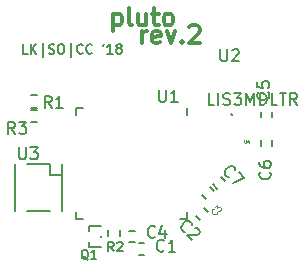
<source format=gto>
G04 #@! TF.FileFunction,Legend,Top*
%FSLAX46Y46*%
G04 Gerber Fmt 4.6, Leading zero omitted, Abs format (unit mm)*
G04 Created by KiCad (PCBNEW 4.0.5+dfsg1-4) date Mon Nov 12 21:13:05 2018*
%MOMM*%
%LPD*%
G01*
G04 APERTURE LIST*
%ADD10C,0.100000*%
%ADD11C,0.150000*%
%ADD12C,0.300000*%
%ADD13C,0.203200*%
%ADD14C,0.152400*%
%ADD15C,0.050000*%
G04 APERTURE END LIST*
D10*
D11*
X49234072Y-89202905D02*
X48853119Y-89202905D01*
X48853119Y-88402905D01*
X49500738Y-89202905D02*
X49500738Y-88402905D01*
X49957881Y-89202905D02*
X49615024Y-88745762D01*
X49957881Y-88402905D02*
X49500738Y-88860048D01*
X50491214Y-89469571D02*
X50491214Y-88326714D01*
X51024548Y-89164810D02*
X51138834Y-89202905D01*
X51329310Y-89202905D01*
X51405500Y-89164810D01*
X51443596Y-89126714D01*
X51481691Y-89050524D01*
X51481691Y-88974333D01*
X51443596Y-88898143D01*
X51405500Y-88860048D01*
X51329310Y-88821952D01*
X51176929Y-88783857D01*
X51100738Y-88745762D01*
X51062643Y-88707667D01*
X51024548Y-88631476D01*
X51024548Y-88555286D01*
X51062643Y-88479095D01*
X51100738Y-88441000D01*
X51176929Y-88402905D01*
X51367405Y-88402905D01*
X51481691Y-88441000D01*
X51976929Y-88402905D02*
X52129310Y-88402905D01*
X52205501Y-88441000D01*
X52281691Y-88517190D01*
X52319786Y-88669571D01*
X52319786Y-88936238D01*
X52281691Y-89088619D01*
X52205501Y-89164810D01*
X52129310Y-89202905D01*
X51976929Y-89202905D01*
X51900739Y-89164810D01*
X51824548Y-89088619D01*
X51786453Y-88936238D01*
X51786453Y-88669571D01*
X51824548Y-88517190D01*
X51900739Y-88441000D01*
X51976929Y-88402905D01*
X52853119Y-89469571D02*
X52853119Y-88326714D01*
X53881691Y-89126714D02*
X53843596Y-89164810D01*
X53729310Y-89202905D01*
X53653120Y-89202905D01*
X53538834Y-89164810D01*
X53462643Y-89088619D01*
X53424548Y-89012429D01*
X53386453Y-88860048D01*
X53386453Y-88745762D01*
X53424548Y-88593381D01*
X53462643Y-88517190D01*
X53538834Y-88441000D01*
X53653120Y-88402905D01*
X53729310Y-88402905D01*
X53843596Y-88441000D01*
X53881691Y-88479095D01*
X54681691Y-89126714D02*
X54643596Y-89164810D01*
X54529310Y-89202905D01*
X54453120Y-89202905D01*
X54338834Y-89164810D01*
X54262643Y-89088619D01*
X54224548Y-89012429D01*
X54186453Y-88860048D01*
X54186453Y-88745762D01*
X54224548Y-88593381D01*
X54262643Y-88517190D01*
X54338834Y-88441000D01*
X54453120Y-88402905D01*
X54529310Y-88402905D01*
X54643596Y-88441000D01*
X54681691Y-88479095D01*
X55672167Y-88402905D02*
X55595977Y-88555286D01*
X56434072Y-89202905D02*
X55976929Y-89202905D01*
X56205500Y-89202905D02*
X56205500Y-88402905D01*
X56129310Y-88517190D01*
X56053119Y-88593381D01*
X55976929Y-88631476D01*
X56891215Y-88745762D02*
X56815024Y-88707667D01*
X56776929Y-88669571D01*
X56738834Y-88593381D01*
X56738834Y-88555286D01*
X56776929Y-88479095D01*
X56815024Y-88441000D01*
X56891215Y-88402905D01*
X57043596Y-88402905D01*
X57119786Y-88441000D01*
X57157882Y-88479095D01*
X57195977Y-88555286D01*
X57195977Y-88593381D01*
X57157882Y-88669571D01*
X57119786Y-88707667D01*
X57043596Y-88745762D01*
X56891215Y-88745762D01*
X56815024Y-88783857D01*
X56776929Y-88821952D01*
X56738834Y-88898143D01*
X56738834Y-89050524D01*
X56776929Y-89126714D01*
X56815024Y-89164810D01*
X56891215Y-89202905D01*
X57043596Y-89202905D01*
X57119786Y-89164810D01*
X57157882Y-89126714D01*
X57195977Y-89050524D01*
X57195977Y-88898143D01*
X57157882Y-88821952D01*
X57119786Y-88783857D01*
X57043596Y-88745762D01*
D12*
X58912644Y-88319571D02*
X58912644Y-87319571D01*
X58912644Y-87605286D02*
X58984072Y-87462429D01*
X59055501Y-87391000D01*
X59198358Y-87319571D01*
X59341215Y-87319571D01*
X60412643Y-88248143D02*
X60269786Y-88319571D01*
X59984072Y-88319571D01*
X59841215Y-88248143D01*
X59769786Y-88105286D01*
X59769786Y-87533857D01*
X59841215Y-87391000D01*
X59984072Y-87319571D01*
X60269786Y-87319571D01*
X60412643Y-87391000D01*
X60484072Y-87533857D01*
X60484072Y-87676714D01*
X59769786Y-87819571D01*
X60984072Y-87319571D02*
X61341215Y-88319571D01*
X61698357Y-87319571D01*
X62269786Y-88176714D02*
X62341214Y-88248143D01*
X62269786Y-88319571D01*
X62198357Y-88248143D01*
X62269786Y-88176714D01*
X62269786Y-88319571D01*
X62912643Y-86962429D02*
X62984072Y-86891000D01*
X63126929Y-86819571D01*
X63484072Y-86819571D01*
X63626929Y-86891000D01*
X63698358Y-86962429D01*
X63769786Y-87105286D01*
X63769786Y-87248143D01*
X63698358Y-87462429D01*
X62841215Y-88319571D01*
X63769786Y-88319571D01*
X56455500Y-85819571D02*
X56455500Y-87319571D01*
X56455500Y-85891000D02*
X56598357Y-85819571D01*
X56884071Y-85819571D01*
X57026928Y-85891000D01*
X57098357Y-85962429D01*
X57169786Y-86105286D01*
X57169786Y-86533857D01*
X57098357Y-86676714D01*
X57026928Y-86748143D01*
X56884071Y-86819571D01*
X56598357Y-86819571D01*
X56455500Y-86748143D01*
X58026929Y-86819571D02*
X57884071Y-86748143D01*
X57812643Y-86605286D01*
X57812643Y-85319571D01*
X59241214Y-85819571D02*
X59241214Y-86819571D01*
X58598357Y-85819571D02*
X58598357Y-86605286D01*
X58669785Y-86748143D01*
X58812643Y-86819571D01*
X59026928Y-86819571D01*
X59169785Y-86748143D01*
X59241214Y-86676714D01*
X59741214Y-85819571D02*
X60312643Y-85819571D01*
X59955500Y-85319571D02*
X59955500Y-86605286D01*
X60026928Y-86748143D01*
X60169786Y-86819571D01*
X60312643Y-86819571D01*
X61026929Y-86819571D02*
X60884071Y-86748143D01*
X60812643Y-86676714D01*
X60741214Y-86533857D01*
X60741214Y-86105286D01*
X60812643Y-85962429D01*
X60884071Y-85891000D01*
X61026929Y-85819571D01*
X61241214Y-85819571D01*
X61384071Y-85891000D01*
X61455500Y-85962429D01*
X61526929Y-86105286D01*
X61526929Y-86533857D01*
X61455500Y-86676714D01*
X61384071Y-86748143D01*
X61241214Y-86819571D01*
X61026929Y-86819571D01*
D11*
X65943052Y-99967701D02*
X65589499Y-99614148D01*
X64917748Y-100285899D02*
X65271301Y-100639452D01*
X68994000Y-96524000D02*
X68994000Y-97024000D01*
X69944000Y-97024000D02*
X69944000Y-96524000D01*
D13*
X54405500Y-103791000D02*
X55405500Y-103791000D01*
X55405500Y-104641000D02*
X55405500Y-104742314D01*
X55405500Y-105591000D02*
X54405500Y-105591000D01*
X54405500Y-105591000D02*
X54405500Y-105141000D01*
X54405500Y-104241000D02*
X54405500Y-103791000D01*
D11*
X63492848Y-102925099D02*
X63846401Y-103278652D01*
X64518152Y-102606901D02*
X64164599Y-102253348D01*
X58605500Y-106216000D02*
X59105500Y-106216000D01*
X59105500Y-105266000D02*
X58605500Y-105266000D01*
X62700000Y-103200000D02*
X62125000Y-103200000D01*
X53300000Y-93800000D02*
X53875000Y-93800000D01*
X53300000Y-103200000D02*
X53875000Y-103200000D01*
X62700000Y-93800000D02*
X62700000Y-94375000D01*
X53300000Y-93800000D02*
X53300000Y-94375000D01*
X53300000Y-103200000D02*
X53300000Y-102625000D01*
X62700000Y-103200000D02*
X62700000Y-102625000D01*
X57030500Y-104641000D02*
X57030500Y-104141000D01*
X55980500Y-104141000D02*
X55980500Y-104641000D01*
X49500000Y-93775000D02*
X50000000Y-93775000D01*
X50000000Y-92725000D02*
X49500000Y-92725000D01*
X63987348Y-101159099D02*
X64340901Y-101512652D01*
X65012652Y-100840901D02*
X64659099Y-100487348D01*
X50000000Y-93975000D02*
X49500000Y-93975000D01*
X49500000Y-95025000D02*
X50000000Y-95025000D01*
X57805500Y-105166000D02*
X58305500Y-105166000D01*
X58305500Y-104216000D02*
X57805500Y-104216000D01*
X51125000Y-99475000D02*
X51125000Y-98550000D01*
X52075000Y-99475000D02*
X51125000Y-99475000D01*
X52100000Y-98550000D02*
X52100000Y-102500000D01*
X49125000Y-98550000D02*
X51125000Y-98550000D01*
X48150000Y-102500000D02*
X48150000Y-98550000D01*
X51125156Y-102500000D02*
X49124895Y-102500000D01*
X68994000Y-94111000D02*
X68994000Y-94611000D01*
X69944000Y-94611000D02*
X69944000Y-94111000D01*
D10*
X66630500Y-94391000D02*
G75*
G03X66630500Y-94391000I-125000J0D01*
G01*
D11*
X66228411Y-99651888D02*
X66161068Y-99651888D01*
X66026381Y-99584544D01*
X65959037Y-99517201D01*
X65891693Y-99382513D01*
X65891693Y-99247826D01*
X65925365Y-99146811D01*
X66026380Y-98978453D01*
X66127396Y-98877437D01*
X66295755Y-98776422D01*
X66396770Y-98742750D01*
X66531457Y-98742750D01*
X66666144Y-98810094D01*
X66733488Y-98877437D01*
X66800831Y-99012124D01*
X66800831Y-99079468D01*
X67103876Y-99247826D02*
X67575281Y-99719231D01*
X66565128Y-100123292D01*
X69726143Y-99240666D02*
X69773762Y-99288285D01*
X69821381Y-99431142D01*
X69821381Y-99526380D01*
X69773762Y-99669238D01*
X69678524Y-99764476D01*
X69583286Y-99812095D01*
X69392810Y-99859714D01*
X69249952Y-99859714D01*
X69059476Y-99812095D01*
X68964238Y-99764476D01*
X68869000Y-99669238D01*
X68821381Y-99526380D01*
X68821381Y-99431142D01*
X68869000Y-99288285D01*
X68916619Y-99240666D01*
X68821381Y-98383523D02*
X68821381Y-98574000D01*
X68869000Y-98669238D01*
X68916619Y-98716857D01*
X69059476Y-98812095D01*
X69249952Y-98859714D01*
X69630905Y-98859714D01*
X69726143Y-98812095D01*
X69773762Y-98764476D01*
X69821381Y-98669238D01*
X69821381Y-98478761D01*
X69773762Y-98383523D01*
X69726143Y-98335904D01*
X69630905Y-98288285D01*
X69392810Y-98288285D01*
X69297571Y-98335904D01*
X69249952Y-98383523D01*
X69202333Y-98478761D01*
X69202333Y-98669238D01*
X69249952Y-98764476D01*
X69297571Y-98812095D01*
X69392810Y-98859714D01*
D14*
X54332929Y-106658286D02*
X54260357Y-106622000D01*
X54187786Y-106549429D01*
X54078929Y-106440571D01*
X54006357Y-106404286D01*
X53933786Y-106404286D01*
X53970071Y-106585714D02*
X53897500Y-106549429D01*
X53824929Y-106476857D01*
X53788643Y-106331714D01*
X53788643Y-106077714D01*
X53824929Y-105932571D01*
X53897500Y-105860000D01*
X53970071Y-105823714D01*
X54115214Y-105823714D01*
X54187786Y-105860000D01*
X54260357Y-105932571D01*
X54296643Y-106077714D01*
X54296643Y-106331714D01*
X54260357Y-106476857D01*
X54187786Y-106549429D01*
X54115214Y-106585714D01*
X53970071Y-106585714D01*
X55022357Y-106585714D02*
X54586929Y-106585714D01*
X54804643Y-106585714D02*
X54804643Y-105823714D01*
X54732072Y-105932571D01*
X54659500Y-106005143D01*
X54586929Y-106041429D01*
D11*
X65543595Y-88843381D02*
X65543595Y-89652905D01*
X65591214Y-89748143D01*
X65638833Y-89795762D01*
X65734071Y-89843381D01*
X65924548Y-89843381D01*
X66019786Y-89795762D01*
X66067405Y-89748143D01*
X66115024Y-89652905D01*
X66115024Y-88843381D01*
X66543595Y-88938619D02*
X66591214Y-88891000D01*
X66686452Y-88843381D01*
X66924548Y-88843381D01*
X67019786Y-88891000D01*
X67067405Y-88938619D01*
X67115024Y-89033857D01*
X67115024Y-89129095D01*
X67067405Y-89271952D01*
X66495976Y-89843381D01*
X67115024Y-89843381D01*
X62560111Y-104275688D02*
X62492768Y-104275688D01*
X62358081Y-104208344D01*
X62290737Y-104141001D01*
X62223393Y-104006313D01*
X62223393Y-103871626D01*
X62257065Y-103770611D01*
X62358080Y-103602253D01*
X62459096Y-103501237D01*
X62627455Y-103400222D01*
X62728470Y-103366550D01*
X62863157Y-103366550D01*
X62997844Y-103433894D01*
X63065188Y-103501237D01*
X63132531Y-103635924D01*
X63132531Y-103703268D01*
X63401905Y-103972641D02*
X63469248Y-103972641D01*
X63570263Y-104006313D01*
X63738623Y-104174672D01*
X63772294Y-104275688D01*
X63772294Y-104343031D01*
X63738623Y-104444046D01*
X63671279Y-104511390D01*
X63536592Y-104578733D01*
X62728470Y-104578733D01*
X63166203Y-105016466D01*
X60763834Y-105873143D02*
X60716215Y-105920762D01*
X60573358Y-105968381D01*
X60478120Y-105968381D01*
X60335262Y-105920762D01*
X60240024Y-105825524D01*
X60192405Y-105730286D01*
X60144786Y-105539810D01*
X60144786Y-105396952D01*
X60192405Y-105206476D01*
X60240024Y-105111238D01*
X60335262Y-105016000D01*
X60478120Y-104968381D01*
X60573358Y-104968381D01*
X60716215Y-105016000D01*
X60763834Y-105063619D01*
X61716215Y-105968381D02*
X61144786Y-105968381D01*
X61430500Y-105968381D02*
X61430500Y-104968381D01*
X61335262Y-105111238D01*
X61240024Y-105206476D01*
X61144786Y-105254095D01*
X60343595Y-92293381D02*
X60343595Y-93102905D01*
X60391214Y-93198143D01*
X60438833Y-93245762D01*
X60534071Y-93293381D01*
X60724548Y-93293381D01*
X60819786Y-93245762D01*
X60867405Y-93198143D01*
X60915024Y-93102905D01*
X60915024Y-92293381D01*
X61915024Y-93293381D02*
X61343595Y-93293381D01*
X61629309Y-93293381D02*
X61629309Y-92293381D01*
X61534071Y-92436238D01*
X61438833Y-92531476D01*
X61343595Y-92579095D01*
X56497167Y-105927905D02*
X56230500Y-105546952D01*
X56040024Y-105927905D02*
X56040024Y-105127905D01*
X56344786Y-105127905D01*
X56420977Y-105166000D01*
X56459072Y-105204095D01*
X56497167Y-105280286D01*
X56497167Y-105394571D01*
X56459072Y-105470762D01*
X56420977Y-105508857D01*
X56344786Y-105546952D01*
X56040024Y-105546952D01*
X56801929Y-105204095D02*
X56840024Y-105166000D01*
X56916215Y-105127905D01*
X57106691Y-105127905D01*
X57182881Y-105166000D01*
X57220977Y-105204095D01*
X57259072Y-105280286D01*
X57259072Y-105356476D01*
X57220977Y-105470762D01*
X56763834Y-105927905D01*
X57259072Y-105927905D01*
X51238834Y-93793381D02*
X50905500Y-93317190D01*
X50667405Y-93793381D02*
X50667405Y-92793381D01*
X51048358Y-92793381D01*
X51143596Y-92841000D01*
X51191215Y-92888619D01*
X51238834Y-92983857D01*
X51238834Y-93126714D01*
X51191215Y-93221952D01*
X51143596Y-93269571D01*
X51048358Y-93317190D01*
X50667405Y-93317190D01*
X52191215Y-93793381D02*
X51619786Y-93793381D01*
X51905500Y-93793381D02*
X51905500Y-92793381D01*
X51810262Y-92936238D01*
X51715024Y-93031476D01*
X51619786Y-93079095D01*
D10*
X65243744Y-102648794D02*
X65243744Y-102682467D01*
X65210073Y-102749809D01*
X65176401Y-102783481D01*
X65109058Y-102817153D01*
X65041714Y-102817153D01*
X64991207Y-102800317D01*
X64907027Y-102749810D01*
X64856519Y-102699302D01*
X64806012Y-102615122D01*
X64789176Y-102564615D01*
X64789176Y-102497272D01*
X64822848Y-102429928D01*
X64856519Y-102396256D01*
X64923863Y-102362585D01*
X64957535Y-102362585D01*
X65041714Y-102211061D02*
X65260580Y-101992195D01*
X65277417Y-102244733D01*
X65327924Y-102194226D01*
X65378431Y-102177390D01*
X65412104Y-102177390D01*
X65462611Y-102194226D01*
X65546790Y-102278405D01*
X65563626Y-102328912D01*
X65563626Y-102362585D01*
X65546790Y-102413092D01*
X65445775Y-102514107D01*
X65395268Y-102530943D01*
X65361596Y-102530943D01*
D11*
X48138834Y-95993381D02*
X47805500Y-95517190D01*
X47567405Y-95993381D02*
X47567405Y-94993381D01*
X47948358Y-94993381D01*
X48043596Y-95041000D01*
X48091215Y-95088619D01*
X48138834Y-95183857D01*
X48138834Y-95326714D01*
X48091215Y-95421952D01*
X48043596Y-95469571D01*
X47948358Y-95517190D01*
X47567405Y-95517190D01*
X48472167Y-94993381D02*
X49091215Y-94993381D01*
X48757881Y-95374333D01*
X48900739Y-95374333D01*
X48995977Y-95421952D01*
X49043596Y-95469571D01*
X49091215Y-95564810D01*
X49091215Y-95802905D01*
X49043596Y-95898143D01*
X48995977Y-95945762D01*
X48900739Y-95993381D01*
X48615024Y-95993381D01*
X48519786Y-95945762D01*
X48472167Y-95898143D01*
X59988834Y-104698143D02*
X59941215Y-104745762D01*
X59798358Y-104793381D01*
X59703120Y-104793381D01*
X59560262Y-104745762D01*
X59465024Y-104650524D01*
X59417405Y-104555286D01*
X59369786Y-104364810D01*
X59369786Y-104221952D01*
X59417405Y-104031476D01*
X59465024Y-103936238D01*
X59560262Y-103841000D01*
X59703120Y-103793381D01*
X59798358Y-103793381D01*
X59941215Y-103841000D01*
X59988834Y-103888619D01*
X60845977Y-104126714D02*
X60845977Y-104793381D01*
X60607881Y-103745762D02*
X60369786Y-104460048D01*
X60988834Y-104460048D01*
X48493595Y-97143381D02*
X48493595Y-97952905D01*
X48541214Y-98048143D01*
X48588833Y-98095762D01*
X48684071Y-98143381D01*
X48874548Y-98143381D01*
X48969786Y-98095762D01*
X49017405Y-98048143D01*
X49065024Y-97952905D01*
X49065024Y-97143381D01*
X49445976Y-97143381D02*
X50065024Y-97143381D01*
X49731690Y-97524333D01*
X49874548Y-97524333D01*
X49969786Y-97571952D01*
X50017405Y-97619571D01*
X50065024Y-97714810D01*
X50065024Y-97952905D01*
X50017405Y-98048143D01*
X49969786Y-98095762D01*
X49874548Y-98143381D01*
X49588833Y-98143381D01*
X49493595Y-98095762D01*
X49445976Y-98048143D01*
X69572143Y-92495666D02*
X69619762Y-92543285D01*
X69667381Y-92686142D01*
X69667381Y-92781380D01*
X69619762Y-92924238D01*
X69524524Y-93019476D01*
X69429286Y-93067095D01*
X69238810Y-93114714D01*
X69095952Y-93114714D01*
X68905476Y-93067095D01*
X68810238Y-93019476D01*
X68715000Y-92924238D01*
X68667381Y-92781380D01*
X68667381Y-92686142D01*
X68715000Y-92543285D01*
X68762619Y-92495666D01*
X68667381Y-91590904D02*
X68667381Y-92067095D01*
X69143571Y-92114714D01*
X69095952Y-92067095D01*
X69048333Y-91971857D01*
X69048333Y-91733761D01*
X69095952Y-91638523D01*
X69143571Y-91590904D01*
X69238810Y-91543285D01*
X69476905Y-91543285D01*
X69572143Y-91590904D01*
X69619762Y-91638523D01*
X69667381Y-91733761D01*
X69667381Y-91971857D01*
X69619762Y-92067095D01*
X69572143Y-92114714D01*
D15*
X67572585Y-96533530D02*
X67572585Y-96727877D01*
X67584017Y-96750741D01*
X67595449Y-96762174D01*
X67618314Y-96773606D01*
X67664042Y-96773606D01*
X67686907Y-96762174D01*
X67698339Y-96750741D01*
X67709771Y-96727877D01*
X67709771Y-96533530D01*
X67926983Y-96613555D02*
X67926983Y-96773606D01*
X67869822Y-96522098D02*
X67812661Y-96693580D01*
X67961279Y-96693580D01*
D11*
X65025405Y-93561381D02*
X64549214Y-93561381D01*
X64549214Y-92561381D01*
X65358738Y-93561381D02*
X65358738Y-92561381D01*
X65787309Y-93513762D02*
X65930166Y-93561381D01*
X66168262Y-93561381D01*
X66263500Y-93513762D01*
X66311119Y-93466143D01*
X66358738Y-93370905D01*
X66358738Y-93275667D01*
X66311119Y-93180429D01*
X66263500Y-93132810D01*
X66168262Y-93085190D01*
X65977785Y-93037571D01*
X65882547Y-92989952D01*
X65834928Y-92942333D01*
X65787309Y-92847095D01*
X65787309Y-92751857D01*
X65834928Y-92656619D01*
X65882547Y-92609000D01*
X65977785Y-92561381D01*
X66215881Y-92561381D01*
X66358738Y-92609000D01*
X66692071Y-92561381D02*
X67311119Y-92561381D01*
X66977785Y-92942333D01*
X67120643Y-92942333D01*
X67215881Y-92989952D01*
X67263500Y-93037571D01*
X67311119Y-93132810D01*
X67311119Y-93370905D01*
X67263500Y-93466143D01*
X67215881Y-93513762D01*
X67120643Y-93561381D01*
X66834928Y-93561381D01*
X66739690Y-93513762D01*
X66692071Y-93466143D01*
X67739690Y-93561381D02*
X67739690Y-92561381D01*
X68073024Y-93275667D01*
X68406357Y-92561381D01*
X68406357Y-93561381D01*
X68882547Y-93561381D02*
X68882547Y-92561381D01*
X69120642Y-92561381D01*
X69263500Y-92609000D01*
X69358738Y-92704238D01*
X69406357Y-92799476D01*
X69453976Y-92989952D01*
X69453976Y-93132810D01*
X69406357Y-93323286D01*
X69358738Y-93418524D01*
X69263500Y-93513762D01*
X69120642Y-93561381D01*
X68882547Y-93561381D01*
X70358738Y-93561381D02*
X69882547Y-93561381D01*
X69882547Y-92561381D01*
X70549214Y-92561381D02*
X71120643Y-92561381D01*
X70834928Y-93561381D02*
X70834928Y-92561381D01*
X72025405Y-93561381D02*
X71692071Y-93085190D01*
X71453976Y-93561381D02*
X71453976Y-92561381D01*
X71834929Y-92561381D01*
X71930167Y-92609000D01*
X71977786Y-92656619D01*
X72025405Y-92751857D01*
X72025405Y-92894714D01*
X71977786Y-92989952D01*
X71930167Y-93037571D01*
X71834929Y-93085190D01*
X71453976Y-93085190D01*
M02*

</source>
